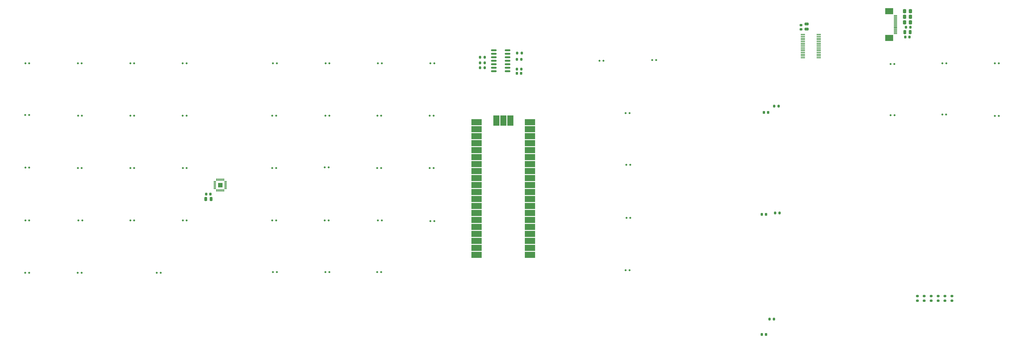
<source format=gbr>
%TF.GenerationSoftware,KiCad,Pcbnew,9.0.0*%
%TF.CreationDate,2025-03-10T19:04:21-04:00*%
%TF.ProjectId,cnc-hmi,636e632d-686d-4692-9e6b-696361645f70,rev?*%
%TF.SameCoordinates,Original*%
%TF.FileFunction,Paste,Bot*%
%TF.FilePolarity,Positive*%
%FSLAX46Y46*%
G04 Gerber Fmt 4.6, Leading zero omitted, Abs format (unit mm)*
G04 Created by KiCad (PCBNEW 9.0.0) date 2025-03-10 19:04:21*
%MOMM*%
%LPD*%
G01*
G04 APERTURE LIST*
G04 Aperture macros list*
%AMRoundRect*
0 Rectangle with rounded corners*
0 $1 Rounding radius*
0 $2 $3 $4 $5 $6 $7 $8 $9 X,Y pos of 4 corners*
0 Add a 4 corners polygon primitive as box body*
4,1,4,$2,$3,$4,$5,$6,$7,$8,$9,$2,$3,0*
0 Add four circle primitives for the rounded corners*
1,1,$1+$1,$2,$3*
1,1,$1+$1,$4,$5*
1,1,$1+$1,$6,$7*
1,1,$1+$1,$8,$9*
0 Add four rect primitives between the rounded corners*
20,1,$1+$1,$2,$3,$4,$5,0*
20,1,$1+$1,$4,$5,$6,$7,0*
20,1,$1+$1,$6,$7,$8,$9,0*
20,1,$1+$1,$8,$9,$2,$3,0*%
G04 Aperture macros list end*
%ADD10C,0.010000*%
%ADD11RoundRect,0.225000X-0.225000X-0.250000X0.225000X-0.250000X0.225000X0.250000X-0.225000X0.250000X0*%
%ADD12RoundRect,0.150000X0.150000X0.200000X-0.150000X0.200000X-0.150000X-0.200000X0.150000X-0.200000X0*%
%ADD13RoundRect,0.200000X0.200000X0.275000X-0.200000X0.275000X-0.200000X-0.275000X0.200000X-0.275000X0*%
%ADD14R,3.000000X2.179000*%
%ADD15R,1.250000X0.300000*%
%ADD16RoundRect,0.250000X0.337500X0.475000X-0.337500X0.475000X-0.337500X-0.475000X0.337500X-0.475000X0*%
%ADD17RoundRect,0.200000X-0.275000X0.200000X-0.275000X-0.200000X0.275000X-0.200000X0.275000X0.200000X0*%
%ADD18RoundRect,0.250000X0.475000X-0.250000X0.475000X0.250000X-0.475000X0.250000X-0.475000X-0.250000X0*%
%ADD19RoundRect,0.250000X-0.250000X-0.475000X0.250000X-0.475000X0.250000X0.475000X-0.250000X0.475000X0*%
%ADD20RoundRect,0.225000X0.250000X-0.225000X0.250000X0.225000X-0.250000X0.225000X-0.250000X-0.225000X0*%
%ADD21R,3.800000X2.200000*%
%ADD22R,2.200000X3.800000*%
%ADD23RoundRect,0.150000X0.825000X0.150000X-0.825000X0.150000X-0.825000X-0.150000X0.825000X-0.150000X0*%
%ADD24RoundRect,0.200000X-0.200000X-0.275000X0.200000X-0.275000X0.200000X0.275000X-0.200000X0.275000X0*%
%ADD25RoundRect,0.032500X-0.097500X0.387500X-0.097500X-0.387500X0.097500X-0.387500X0.097500X0.387500X0*%
%ADD26RoundRect,0.032500X-0.387500X0.097500X-0.387500X-0.097500X0.387500X-0.097500X0.387500X0.097500X0*%
%ADD27RoundRect,0.051250X0.733750X0.153750X-0.733750X0.153750X-0.733750X-0.153750X0.733750X-0.153750X0*%
%ADD28RoundRect,0.225000X0.225000X0.250000X-0.225000X0.250000X-0.225000X-0.250000X0.225000X-0.250000X0*%
G04 APERTURE END LIST*
D10*
%TO.C,U1*%
X108200000Y-111768000D02*
X106660000Y-111768000D01*
X106660000Y-110228000D01*
X108200000Y-110228000D01*
X108200000Y-111768000D01*
G36*
X108200000Y-111768000D02*
G01*
X106660000Y-111768000D01*
X106660000Y-110228000D01*
X108200000Y-110228000D01*
X108200000Y-111768000D01*
G37*
%TD*%
D11*
%TO.C,C8*%
X356095000Y-57150000D03*
X357645000Y-57150000D03*
%TD*%
D12*
%TO.C,D11*%
X164400000Y-104775000D03*
X165800000Y-104775000D03*
%TD*%
D11*
%TO.C,C4*%
X102349000Y-114300000D03*
X103899000Y-114300000D03*
%TD*%
D12*
%TO.C,D33*%
X55942000Y-123825000D03*
X57342000Y-123825000D03*
%TD*%
D13*
%TO.C,R15*%
X308419000Y-159766000D03*
X306769000Y-159766000D03*
%TD*%
D14*
%TO.C,LCD1*%
X350227000Y-57501500D03*
X350227000Y-47742500D03*
D15*
X352552000Y-55872000D03*
X352552000Y-55372000D03*
X352552000Y-54872000D03*
X352552000Y-54372000D03*
X352552000Y-53872000D03*
X352552000Y-53372000D03*
X352552000Y-52872000D03*
X352552000Y-52372000D03*
X352552000Y-51872000D03*
X352552000Y-51372000D03*
X352552000Y-50872000D03*
X352552000Y-50372000D03*
X352552000Y-49872000D03*
X352552000Y-49372000D03*
%TD*%
D13*
%TO.C,R7*%
X357949000Y-53594000D03*
X356299000Y-53594000D03*
%TD*%
D12*
%TO.C,D31*%
X93850000Y-104775000D03*
X95250000Y-104775000D03*
%TD*%
%TO.C,D14*%
X145350000Y-123825000D03*
X146750000Y-123825000D03*
%TD*%
D16*
%TO.C,C3*%
X357907500Y-47752000D03*
X355832500Y-47752000D03*
%TD*%
D12*
%TO.C,D3*%
X164654000Y-66675000D03*
X166054000Y-66675000D03*
%TD*%
%TO.C,D4*%
X183704000Y-66675000D03*
X185104000Y-66675000D03*
%TD*%
D17*
%TO.C,R3*%
X367979000Y-151385000D03*
X367979000Y-153035000D03*
%TD*%
D18*
%TO.C,C7*%
X320294000Y-54290000D03*
X320294000Y-52390000D03*
%TD*%
D12*
%TO.C,D35*%
X93850000Y-123825000D03*
X95250000Y-123825000D03*
%TD*%
%TO.C,D49*%
X245110000Y-65786000D03*
X246510000Y-65786000D03*
%TD*%
D19*
%TO.C,C9*%
X355920000Y-55372000D03*
X357820000Y-55372000D03*
%TD*%
%TO.C,C5*%
X102174000Y-116078000D03*
X104074000Y-116078000D03*
%TD*%
D12*
%TO.C,D29*%
X55750000Y-104775000D03*
X57150000Y-104775000D03*
%TD*%
%TO.C,D47*%
X254886000Y-122936000D03*
X256286000Y-122936000D03*
%TD*%
D17*
%TO.C,R5*%
X362959000Y-151385000D03*
X362959000Y-153035000D03*
%TD*%
D12*
%TO.C,D17*%
X126554000Y-142621000D03*
X127954000Y-142621000D03*
%TD*%
%TO.C,D8*%
X183450000Y-85725000D03*
X184850000Y-85725000D03*
%TD*%
D13*
%TO.C,R10*%
X216725000Y-68834000D03*
X215075000Y-68834000D03*
%TD*%
D12*
%TO.C,D24*%
X36638000Y-85471000D03*
X38038000Y-85471000D03*
%TD*%
%TO.C,D18*%
X145604000Y-142621000D03*
X147004000Y-142621000D03*
%TD*%
%TO.C,D37*%
X55688000Y-142875000D03*
X57088000Y-142875000D03*
%TD*%
%TO.C,D19*%
X164400000Y-142621000D03*
X165800000Y-142621000D03*
%TD*%
%TO.C,D38*%
X84390000Y-142875000D03*
X85790000Y-142875000D03*
%TD*%
D13*
%TO.C,R14*%
X310451000Y-121158000D03*
X308801000Y-121158000D03*
%TD*%
D12*
%TO.C,D21*%
X55750000Y-66675000D03*
X57150000Y-66675000D03*
%TD*%
D11*
%TO.C,C11*%
X304787000Y-84582000D03*
X306337000Y-84582000D03*
%TD*%
D20*
%TO.C,C6*%
X318262000Y-54369000D03*
X318262000Y-52819000D03*
%TD*%
D12*
%TO.C,D36*%
X36638000Y-142875000D03*
X38038000Y-142875000D03*
%TD*%
%TO.C,D43*%
X369505000Y-85344000D03*
X370905000Y-85344000D03*
%TD*%
%TO.C,D28*%
X36700000Y-104648000D03*
X38100000Y-104648000D03*
%TD*%
%TO.C,D20*%
X36700000Y-66675000D03*
X38100000Y-66675000D03*
%TD*%
%TO.C,D27*%
X93788000Y-85725000D03*
X95188000Y-85725000D03*
%TD*%
%TO.C,D41*%
X388617000Y-66675000D03*
X390017000Y-66675000D03*
%TD*%
D17*
%TO.C,R2*%
X370489000Y-151385000D03*
X370489000Y-153035000D03*
%TD*%
D12*
%TO.C,D1*%
X126554000Y-66675000D03*
X127954000Y-66675000D03*
%TD*%
D13*
%TO.C,R8*%
X216849000Y-62992000D03*
X215199000Y-62992000D03*
%TD*%
D21*
%TO.C,A1*%
X200495000Y-88138000D03*
X200495000Y-90678000D03*
X200495000Y-93218000D03*
X200495000Y-95758000D03*
X200495000Y-98298000D03*
X200495000Y-100838000D03*
X200495000Y-103378000D03*
X200495000Y-105918000D03*
X200495000Y-108458000D03*
X200495000Y-110998000D03*
X200495000Y-113538000D03*
X200495000Y-116078000D03*
X200495000Y-118618000D03*
X200495000Y-121158000D03*
X200495000Y-123698000D03*
X200495000Y-126238000D03*
X200495000Y-128778000D03*
X200495000Y-131318000D03*
X200495000Y-133858000D03*
X200495000Y-136398000D03*
D22*
X207645000Y-87568000D03*
X210185000Y-87568000D03*
X212725000Y-87568000D03*
D21*
X219875000Y-88138000D03*
X219875000Y-90678000D03*
X219875000Y-93218000D03*
X219875000Y-95758000D03*
X219875000Y-98298000D03*
X219875000Y-100838000D03*
X219875000Y-103378000D03*
X219875000Y-105918000D03*
X219875000Y-108458000D03*
X219875000Y-110998000D03*
X219875000Y-113538000D03*
X219875000Y-116078000D03*
X219875000Y-118618000D03*
X219875000Y-121158000D03*
X219875000Y-123698000D03*
X219875000Y-126238000D03*
X219875000Y-128778000D03*
X219875000Y-131318000D03*
X219875000Y-133858000D03*
X219875000Y-136398000D03*
%TD*%
D23*
%TO.C,U3*%
X211706000Y-61976000D03*
X211706000Y-63246000D03*
X211706000Y-64516000D03*
X211706000Y-65786000D03*
X211706000Y-67056000D03*
X211706000Y-68326000D03*
X211706000Y-69596000D03*
X206756000Y-69596000D03*
X206756000Y-68326000D03*
X206756000Y-67056000D03*
X206756000Y-65786000D03*
X206756000Y-64516000D03*
X206756000Y-63246000D03*
X206756000Y-61976000D03*
%TD*%
D12*
%TO.C,D23*%
X93788000Y-66675000D03*
X95188000Y-66675000D03*
%TD*%
%TO.C,D30*%
X74800000Y-104775000D03*
X76200000Y-104775000D03*
%TD*%
%TO.C,D32*%
X36700000Y-123825000D03*
X38100000Y-123825000D03*
%TD*%
D17*
%TO.C,R1*%
X372999000Y-151385000D03*
X372999000Y-153035000D03*
%TD*%
D12*
%TO.C,D25*%
X55812000Y-85725000D03*
X57212000Y-85725000D03*
%TD*%
D13*
%TO.C,R9*%
X216725000Y-65278000D03*
X215075000Y-65278000D03*
%TD*%
D12*
%TO.C,D6*%
X145604000Y-85725000D03*
X147004000Y-85725000D03*
%TD*%
%TO.C,D26*%
X74800000Y-85725000D03*
X76200000Y-85725000D03*
%TD*%
%TO.C,D50*%
X264222000Y-65532000D03*
X265622000Y-65532000D03*
%TD*%
D17*
%TO.C,R6*%
X360449000Y-151385000D03*
X360449000Y-153035000D03*
%TD*%
D12*
%TO.C,D22*%
X74800000Y-66675000D03*
X76200000Y-66675000D03*
%TD*%
%TO.C,D16*%
X183704000Y-124079000D03*
X185104000Y-124079000D03*
%TD*%
%TO.C,D13*%
X126300000Y-123825000D03*
X127700000Y-123825000D03*
%TD*%
D11*
%TO.C,C13*%
X304025000Y-165354000D03*
X305575000Y-165354000D03*
%TD*%
D24*
%TO.C,R13*%
X201737000Y-64516000D03*
X203387000Y-64516000D03*
%TD*%
D12*
%TO.C,D46*%
X254824000Y-103632000D03*
X256224000Y-103632000D03*
%TD*%
D25*
%TO.C,U1*%
X106180000Y-109063000D03*
X106680000Y-109063000D03*
X107180000Y-109063000D03*
X107680000Y-109063000D03*
X108180000Y-109063000D03*
X108680000Y-109063000D03*
D26*
X109365000Y-109748000D03*
X109365000Y-110248000D03*
X109365000Y-110748000D03*
X109365000Y-111248000D03*
X109365000Y-111748000D03*
X109365000Y-112248000D03*
D25*
X108680000Y-112933000D03*
X108180000Y-112933000D03*
X107680000Y-112933000D03*
X107180000Y-112933000D03*
X106680000Y-112933000D03*
X106180000Y-112933000D03*
D26*
X105495000Y-112248000D03*
X105495000Y-111748000D03*
X105495000Y-111248000D03*
X105495000Y-110748000D03*
X105495000Y-110248000D03*
X105495000Y-109748000D03*
%TD*%
D12*
%TO.C,D9*%
X126300000Y-104775000D03*
X127700000Y-104775000D03*
%TD*%
%TO.C,D2*%
X145666000Y-66675000D03*
X147066000Y-66675000D03*
%TD*%
%TO.C,D5*%
X126300000Y-85725000D03*
X127700000Y-85725000D03*
%TD*%
D16*
%TO.C,C1*%
X357907500Y-51816000D03*
X355832500Y-51816000D03*
%TD*%
D12*
%TO.C,D34*%
X74800000Y-123825000D03*
X76200000Y-123825000D03*
%TD*%
%TO.C,D10*%
X145350000Y-104521000D03*
X146750000Y-104521000D03*
%TD*%
D16*
%TO.C,C2*%
X357907500Y-49784000D03*
X355832500Y-49784000D03*
%TD*%
D24*
%TO.C,R12*%
X201737000Y-66548000D03*
X203387000Y-66548000D03*
%TD*%
D12*
%TO.C,D15*%
X164654000Y-123825000D03*
X166054000Y-123825000D03*
%TD*%
%TO.C,D44*%
X388617000Y-85852000D03*
X390017000Y-85852000D03*
%TD*%
%TO.C,D39*%
X350709000Y-66929000D03*
X352109000Y-66929000D03*
%TD*%
D27*
%TO.C,U2*%
X324688000Y-56227000D03*
X324688000Y-56877000D03*
X324688000Y-57527000D03*
X324688000Y-58177000D03*
X324688000Y-58827000D03*
X324688000Y-59477000D03*
X324688000Y-60127000D03*
X324688000Y-60777000D03*
X324688000Y-61427000D03*
X324688000Y-62077000D03*
X324688000Y-62727000D03*
X324688000Y-63377000D03*
X324688000Y-64027000D03*
X324688000Y-64677000D03*
X318948000Y-64677000D03*
X318948000Y-64027000D03*
X318948000Y-63377000D03*
X318948000Y-62727000D03*
X318948000Y-62077000D03*
X318948000Y-61427000D03*
X318948000Y-60777000D03*
X318948000Y-60127000D03*
X318948000Y-59477000D03*
X318948000Y-58827000D03*
X318948000Y-58177000D03*
X318948000Y-57527000D03*
X318948000Y-56877000D03*
X318948000Y-56227000D03*
%TD*%
D12*
%TO.C,D12*%
X183450000Y-104775000D03*
X184850000Y-104775000D03*
%TD*%
%TO.C,D7*%
X164462000Y-85725000D03*
X165862000Y-85725000D03*
%TD*%
%TO.C,D42*%
X350771000Y-85598000D03*
X352171000Y-85598000D03*
%TD*%
D13*
%TO.C,R16*%
X310134000Y-82296000D03*
X308484000Y-82296000D03*
%TD*%
D11*
%TO.C,C12*%
X304025000Y-121666000D03*
X305575000Y-121666000D03*
%TD*%
D12*
%TO.C,D40*%
X369567000Y-66675000D03*
X370967000Y-66675000D03*
%TD*%
D24*
%TO.C,R11*%
X201737000Y-68326000D03*
X203387000Y-68326000D03*
%TD*%
D12*
%TO.C,D48*%
X254570000Y-141986000D03*
X255970000Y-141986000D03*
%TD*%
%TO.C,D45*%
X254570000Y-84836000D03*
X255970000Y-84836000D03*
%TD*%
D28*
%TO.C,C10*%
X216675000Y-70358000D03*
X215125000Y-70358000D03*
%TD*%
D17*
%TO.C,R4*%
X365469000Y-151385000D03*
X365469000Y-153035000D03*
%TD*%
M02*

</source>
